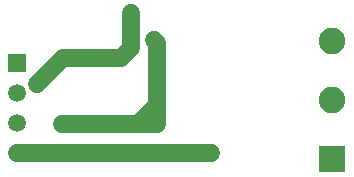
<source format=gtl>
G04*
G04 #@! TF.GenerationSoftware,Altium Limited,Altium Designer,20.2.3 (150)*
G04*
G04 Layer_Physical_Order=1*
G04 Layer_Color=255*
%FSLAX24Y24*%
%MOIN*%
G70*
G04*
G04 #@! TF.SameCoordinates,C58E96D0-57B0-4EE0-BF03-278DEEB4FD21*
G04*
G04*
G04 #@! TF.FilePolarity,Positive*
G04*
G01*
G75*
%ADD17C,0.0600*%
%ADD18R,0.0591X0.0591*%
%ADD19C,0.0591*%
%ADD20R,0.0886X0.0886*%
%ADD21C,0.0886*%
%ADD22C,0.0200*%
G36*
X5150Y3250D02*
X4400D01*
Y3450D01*
X5050Y4100D01*
X5150D01*
Y3250D01*
D02*
G37*
D17*
X2100D02*
X5250D01*
Y5950D01*
X5150Y6050D02*
X5250Y5950D01*
X4049Y5450D02*
X4400Y5801D01*
Y6950D01*
X2109Y5450D02*
X4049D01*
X1244Y4585D02*
X2109Y5450D01*
X600Y2300D02*
X7050D01*
D18*
X600Y5300D02*
D03*
D19*
Y4300D02*
D03*
Y3300D02*
D03*
Y2300D02*
D03*
D20*
X11100Y2081D02*
D03*
D21*
Y4050D02*
D03*
Y6018D02*
D03*
D22*
X2100Y3250D02*
D03*
X5250D02*
D03*
X4400Y6950D02*
D03*
X1244Y4585D02*
D03*
X7050Y2300D02*
D03*
X5150Y6050D02*
D03*
M02*

</source>
